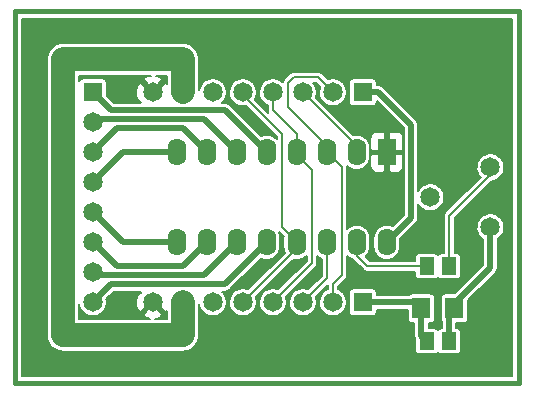
<source format=gtl>
G04 (created by PCBNEW (2013-02-09 BZR 3938)-testing) date Sun 10 Feb 2013 01:21:16 PM CET*
%MOIN*%
G04 Gerber Fmt 3.4, Leading zero omitted, Abs format*
%FSLAX34Y34*%
G01*
G70*
G90*
G04 APERTURE LIST*
%ADD10C,2.3622e-06*%
%ADD11C,0.015*%
%ADD12R,0.0649606X0.0649606*%
%ADD13C,0.0649606*%
%ADD14R,0.0511X0.059*%
%ADD15R,0.0629X0.0708*%
%ADD16R,0.062X0.09*%
%ADD17O,0.062X0.09*%
%ADD18C,0.008*%
%ADD19C,0.02*%
%ADD20C,0.08*%
G04 APERTURE END LIST*
G54D10*
G54D11*
X58500Y-29800D02*
X41700Y-29800D01*
X41700Y-17400D02*
X58500Y-17400D01*
X58500Y-29800D02*
X58500Y-17400D01*
X41700Y-17400D02*
X41700Y-29800D01*
G54D12*
X44300Y-20100D03*
G54D13*
X44300Y-21100D03*
X44300Y-22100D03*
X44300Y-23100D03*
X44300Y-24100D03*
X44300Y-25100D03*
X44300Y-26100D03*
X44300Y-27100D03*
G54D12*
X43300Y-20100D03*
G54D13*
X43300Y-21100D03*
X43300Y-22100D03*
X43300Y-23100D03*
X43300Y-24100D03*
X43300Y-25100D03*
X43300Y-26100D03*
X43300Y-27100D03*
G54D12*
X53300Y-20100D03*
G54D13*
X52300Y-20100D03*
X51300Y-20100D03*
X50300Y-20100D03*
X49300Y-20100D03*
X48300Y-20100D03*
X47300Y-20100D03*
X46300Y-20100D03*
G54D12*
X53300Y-27100D03*
G54D13*
X52300Y-27100D03*
X51300Y-27100D03*
X50300Y-27100D03*
X49300Y-27100D03*
X48300Y-27100D03*
X47300Y-27100D03*
X46300Y-27100D03*
G54D14*
X56174Y-25900D03*
X55426Y-25900D03*
G54D15*
X55249Y-27300D03*
X56351Y-27300D03*
G54D14*
X55426Y-28400D03*
X56174Y-28400D03*
G54D13*
X55550Y-23600D03*
X57550Y-22600D03*
X57550Y-24600D03*
G54D16*
X54100Y-22100D03*
G54D17*
X53100Y-22100D03*
X52100Y-22100D03*
X51100Y-22100D03*
X50100Y-22100D03*
X49100Y-22100D03*
X48100Y-22100D03*
X47100Y-22100D03*
X47100Y-25100D03*
X48100Y-25100D03*
X49100Y-25100D03*
X50100Y-25100D03*
X51100Y-25100D03*
X52100Y-25100D03*
X53100Y-25100D03*
X54100Y-25100D03*
G54D18*
X50300Y-20100D02*
X50300Y-20700D01*
X51100Y-21500D02*
X51100Y-22100D01*
X50300Y-20700D02*
X51100Y-21500D01*
X51100Y-22100D02*
X51100Y-22200D01*
X51600Y-25800D02*
X50300Y-27100D01*
X51600Y-22700D02*
X51600Y-25800D01*
X51100Y-22200D02*
X51600Y-22700D01*
X50600Y-22600D02*
X50600Y-24600D01*
X49300Y-20200D02*
X50600Y-21500D01*
X50600Y-21500D02*
X50600Y-22600D01*
X49300Y-20100D02*
X49300Y-20200D01*
X50600Y-24600D02*
X51100Y-25100D01*
X51100Y-25100D02*
X51100Y-25100D01*
X51100Y-25100D02*
X51100Y-25300D01*
X51100Y-25300D02*
X49300Y-27100D01*
G54D19*
X50100Y-22100D02*
X48700Y-20700D01*
X44900Y-20700D02*
X44300Y-20100D01*
X48700Y-20700D02*
X44900Y-20700D01*
X49100Y-22100D02*
X48000Y-21000D01*
X44200Y-21000D02*
X44300Y-21100D01*
X48000Y-21000D02*
X44200Y-21000D01*
X48100Y-22100D02*
X47300Y-21300D01*
X45100Y-21300D02*
X44300Y-22100D01*
X47300Y-21300D02*
X45100Y-21300D01*
X47100Y-22100D02*
X45300Y-22100D01*
X45300Y-22100D02*
X44300Y-23100D01*
X47100Y-25100D02*
X45300Y-25100D01*
X45300Y-25100D02*
X44300Y-24100D01*
X48100Y-25100D02*
X47300Y-25900D01*
X45100Y-25900D02*
X44300Y-25100D01*
X47300Y-25900D02*
X45100Y-25900D01*
X49100Y-25100D02*
X48000Y-26200D01*
X44200Y-26200D02*
X44300Y-26100D01*
X48000Y-26200D02*
X44200Y-26200D01*
X50100Y-25100D02*
X48700Y-26500D01*
X44900Y-26500D02*
X44300Y-27100D01*
X48700Y-26500D02*
X44900Y-26500D01*
G54D18*
X53100Y-22100D02*
X53100Y-21900D01*
X53100Y-21900D02*
X51300Y-20100D01*
X52100Y-22100D02*
X52100Y-21900D01*
X51800Y-19600D02*
X52300Y-20100D01*
X51000Y-19600D02*
X51800Y-19600D01*
X50800Y-19800D02*
X51000Y-19600D01*
X50800Y-20600D02*
X50800Y-19800D01*
X52100Y-21900D02*
X50800Y-20600D01*
X52600Y-26200D02*
X52600Y-22600D01*
X52300Y-26500D02*
X52600Y-26200D01*
X52300Y-27100D02*
X52300Y-26500D01*
X52600Y-22600D02*
X52100Y-22100D01*
X52100Y-25100D02*
X52100Y-26300D01*
X52100Y-26300D02*
X51300Y-27100D01*
G54D20*
X43300Y-21100D02*
X43300Y-20100D01*
X43300Y-22100D02*
X43300Y-21100D01*
X43300Y-23100D02*
X43300Y-22100D01*
X43300Y-24100D02*
X43300Y-23100D01*
X43300Y-25100D02*
X43300Y-24100D01*
X43300Y-26100D02*
X43300Y-25100D01*
X43300Y-27100D02*
X43300Y-26100D01*
X47300Y-27100D02*
X47300Y-28200D01*
X43300Y-28200D02*
X43300Y-27100D01*
X47300Y-28200D02*
X43300Y-28200D01*
X47300Y-20100D02*
X47300Y-19000D01*
X47300Y-19000D02*
X43300Y-19000D01*
X43300Y-19000D02*
X43300Y-20100D01*
G54D19*
X56351Y-27300D02*
X56351Y-27149D01*
X57550Y-25950D02*
X57550Y-24600D01*
X56351Y-27149D02*
X57550Y-25950D01*
X56174Y-28400D02*
X56174Y-27477D01*
X56174Y-27477D02*
X56351Y-27300D01*
G54D18*
X57550Y-22600D02*
X57550Y-22850D01*
X56174Y-24226D02*
X56174Y-25900D01*
X57550Y-22850D02*
X56174Y-24226D01*
X53100Y-25100D02*
X53100Y-25550D01*
X53450Y-25900D02*
X55426Y-25900D01*
X53100Y-25550D02*
X53450Y-25900D01*
G54D19*
X53300Y-20100D02*
X53800Y-20100D01*
X54900Y-24300D02*
X54100Y-25100D01*
X54900Y-21200D02*
X54900Y-24300D01*
X53800Y-20100D02*
X54900Y-21200D01*
X55249Y-27300D02*
X55249Y-28223D01*
X55249Y-28223D02*
X55426Y-28400D01*
X53300Y-27100D02*
X55049Y-27100D01*
X55049Y-27100D02*
X55249Y-27300D01*
G54D10*
G36*
X46760Y-19806D02*
X46698Y-19786D01*
X46384Y-20100D01*
X46390Y-20105D01*
X46305Y-20190D01*
X46300Y-20184D01*
X46294Y-20190D01*
X46215Y-20111D01*
X46209Y-20105D01*
X46215Y-20100D01*
X45901Y-19786D01*
X45808Y-19816D01*
X45762Y-19917D01*
X45737Y-20025D01*
X45733Y-20136D01*
X45751Y-20245D01*
X45790Y-20349D01*
X45808Y-20383D01*
X45901Y-20413D01*
X45856Y-20458D01*
X45857Y-20460D01*
X44999Y-20460D01*
X44764Y-20225D01*
X44764Y-19761D01*
X44759Y-19734D01*
X44749Y-19709D01*
X44733Y-19686D01*
X44714Y-19666D01*
X44691Y-19651D01*
X44666Y-19640D01*
X44639Y-19635D01*
X44612Y-19635D01*
X43961Y-19635D01*
X43934Y-19640D01*
X43909Y-19650D01*
X43886Y-19666D01*
X43866Y-19685D01*
X43851Y-19708D01*
X43840Y-19733D01*
X43840Y-19737D01*
X43840Y-19540D01*
X46224Y-19540D01*
X46154Y-19551D01*
X46050Y-19590D01*
X46016Y-19608D01*
X45986Y-19701D01*
X46300Y-20015D01*
X46613Y-19701D01*
X46583Y-19608D01*
X46482Y-19562D01*
X46385Y-19540D01*
X46760Y-19540D01*
X46760Y-19806D01*
X46760Y-19806D01*
G37*
G54D18*
X46760Y-19806D02*
X46698Y-19786D01*
X46384Y-20100D01*
X46390Y-20105D01*
X46305Y-20190D01*
X46300Y-20184D01*
X46294Y-20190D01*
X46215Y-20111D01*
X46209Y-20105D01*
X46215Y-20100D01*
X45901Y-19786D01*
X45808Y-19816D01*
X45762Y-19917D01*
X45737Y-20025D01*
X45733Y-20136D01*
X45751Y-20245D01*
X45790Y-20349D01*
X45808Y-20383D01*
X45901Y-20413D01*
X45856Y-20458D01*
X45857Y-20460D01*
X44999Y-20460D01*
X44764Y-20225D01*
X44764Y-19761D01*
X44759Y-19734D01*
X44749Y-19709D01*
X44733Y-19686D01*
X44714Y-19666D01*
X44691Y-19651D01*
X44666Y-19640D01*
X44639Y-19635D01*
X44612Y-19635D01*
X43961Y-19635D01*
X43934Y-19640D01*
X43909Y-19650D01*
X43886Y-19666D01*
X43866Y-19685D01*
X43851Y-19708D01*
X43840Y-19733D01*
X43840Y-19737D01*
X43840Y-19540D01*
X46224Y-19540D01*
X46154Y-19551D01*
X46050Y-19590D01*
X46016Y-19608D01*
X45986Y-19701D01*
X46300Y-20015D01*
X46613Y-19701D01*
X46583Y-19608D01*
X46482Y-19562D01*
X46385Y-19540D01*
X46760Y-19540D01*
X46760Y-19806D01*
G54D10*
G36*
X46760Y-27660D02*
X46375Y-27660D01*
X46445Y-27648D01*
X46549Y-27609D01*
X46583Y-27591D01*
X46613Y-27498D01*
X46300Y-27184D01*
X46215Y-27269D01*
X45986Y-27498D01*
X46016Y-27591D01*
X46117Y-27637D01*
X46214Y-27660D01*
X43840Y-27660D01*
X43840Y-27168D01*
X43851Y-27228D01*
X43884Y-27313D01*
X43933Y-27390D01*
X43997Y-27455D01*
X44072Y-27507D01*
X44155Y-27544D01*
X44244Y-27563D01*
X44335Y-27565D01*
X44425Y-27549D01*
X44510Y-27516D01*
X44587Y-27468D01*
X44653Y-27405D01*
X44706Y-27330D01*
X44743Y-27247D01*
X44763Y-27158D01*
X44764Y-27054D01*
X44751Y-26987D01*
X44999Y-26740D01*
X45857Y-26740D01*
X45856Y-26741D01*
X45901Y-26786D01*
X45808Y-26816D01*
X45762Y-26917D01*
X45737Y-27025D01*
X45733Y-27136D01*
X45751Y-27245D01*
X45790Y-27349D01*
X45808Y-27383D01*
X45901Y-27413D01*
X46215Y-27100D01*
X46209Y-27094D01*
X46294Y-27009D01*
X46300Y-27015D01*
X46305Y-27009D01*
X46390Y-27094D01*
X46384Y-27100D01*
X46698Y-27413D01*
X46760Y-27393D01*
X46760Y-27660D01*
X46760Y-27660D01*
G37*
G54D18*
X46760Y-27660D02*
X46375Y-27660D01*
X46445Y-27648D01*
X46549Y-27609D01*
X46583Y-27591D01*
X46613Y-27498D01*
X46300Y-27184D01*
X46215Y-27269D01*
X45986Y-27498D01*
X46016Y-27591D01*
X46117Y-27637D01*
X46214Y-27660D01*
X43840Y-27660D01*
X43840Y-27168D01*
X43851Y-27228D01*
X43884Y-27313D01*
X43933Y-27390D01*
X43997Y-27455D01*
X44072Y-27507D01*
X44155Y-27544D01*
X44244Y-27563D01*
X44335Y-27565D01*
X44425Y-27549D01*
X44510Y-27516D01*
X44587Y-27468D01*
X44653Y-27405D01*
X44706Y-27330D01*
X44743Y-27247D01*
X44763Y-27158D01*
X44764Y-27054D01*
X44751Y-26987D01*
X44999Y-26740D01*
X45857Y-26740D01*
X45856Y-26741D01*
X45901Y-26786D01*
X45808Y-26816D01*
X45762Y-26917D01*
X45737Y-27025D01*
X45733Y-27136D01*
X45751Y-27245D01*
X45790Y-27349D01*
X45808Y-27383D01*
X45901Y-27413D01*
X46215Y-27100D01*
X46209Y-27094D01*
X46294Y-27009D01*
X46300Y-27015D01*
X46305Y-27009D01*
X46390Y-27094D01*
X46384Y-27100D01*
X46698Y-27413D01*
X46760Y-27393D01*
X46760Y-27660D01*
G54D10*
G36*
X58260Y-29560D02*
X58014Y-29560D01*
X58014Y-24554D01*
X58014Y-22554D01*
X57997Y-22465D01*
X57962Y-22380D01*
X57911Y-22304D01*
X57847Y-22240D01*
X57772Y-22189D01*
X57688Y-22153D01*
X57598Y-22135D01*
X57507Y-22134D01*
X57418Y-22151D01*
X57333Y-22186D01*
X57257Y-22236D01*
X57192Y-22299D01*
X57140Y-22374D01*
X57104Y-22458D01*
X57085Y-22547D01*
X57084Y-22639D01*
X57101Y-22728D01*
X57134Y-22813D01*
X57183Y-22890D01*
X57219Y-22926D01*
X56046Y-24098D01*
X56036Y-24111D01*
X56025Y-24124D01*
X56025Y-24125D01*
X56024Y-24125D01*
X56016Y-24140D01*
X56014Y-24143D01*
X56014Y-23554D01*
X55997Y-23465D01*
X55962Y-23380D01*
X55911Y-23304D01*
X55847Y-23240D01*
X55772Y-23189D01*
X55688Y-23153D01*
X55598Y-23135D01*
X55507Y-23134D01*
X55418Y-23151D01*
X55333Y-23186D01*
X55257Y-23236D01*
X55192Y-23299D01*
X55140Y-23374D01*
X55140Y-23376D01*
X55140Y-21200D01*
X55137Y-21177D01*
X55135Y-21155D01*
X55135Y-21154D01*
X55135Y-21153D01*
X55129Y-21132D01*
X55122Y-21110D01*
X55122Y-21109D01*
X55121Y-21108D01*
X55111Y-21088D01*
X55101Y-21069D01*
X55100Y-21068D01*
X55099Y-21067D01*
X55085Y-21050D01*
X55072Y-21032D01*
X55070Y-21030D01*
X55070Y-21030D01*
X55070Y-21030D01*
X55069Y-21030D01*
X53969Y-19930D01*
X53952Y-19916D01*
X53935Y-19901D01*
X53934Y-19901D01*
X53933Y-19900D01*
X53913Y-19890D01*
X53894Y-19879D01*
X53893Y-19879D01*
X53892Y-19878D01*
X53871Y-19871D01*
X53849Y-19865D01*
X53848Y-19865D01*
X53847Y-19864D01*
X53825Y-19862D01*
X53803Y-19860D01*
X53800Y-19860D01*
X53800Y-19860D01*
X53800Y-19860D01*
X53800Y-19860D01*
X53764Y-19860D01*
X53764Y-19761D01*
X53759Y-19734D01*
X53749Y-19709D01*
X53733Y-19686D01*
X53714Y-19666D01*
X53691Y-19651D01*
X53666Y-19640D01*
X53639Y-19635D01*
X53612Y-19635D01*
X52961Y-19635D01*
X52934Y-19640D01*
X52909Y-19650D01*
X52886Y-19666D01*
X52866Y-19685D01*
X52851Y-19708D01*
X52840Y-19733D01*
X52835Y-19760D01*
X52835Y-19787D01*
X52835Y-20438D01*
X52840Y-20465D01*
X52850Y-20490D01*
X52866Y-20513D01*
X52885Y-20533D01*
X52908Y-20548D01*
X52933Y-20559D01*
X52960Y-20564D01*
X52987Y-20564D01*
X53638Y-20564D01*
X53665Y-20559D01*
X53690Y-20549D01*
X53713Y-20533D01*
X53733Y-20514D01*
X53748Y-20491D01*
X53759Y-20466D01*
X53764Y-20439D01*
X53764Y-20412D01*
X53764Y-20404D01*
X54660Y-21299D01*
X54660Y-24200D01*
X54650Y-24210D01*
X54650Y-22528D01*
X54650Y-21671D01*
X54649Y-21624D01*
X54640Y-21578D01*
X54622Y-21535D01*
X54595Y-21496D01*
X54562Y-21463D01*
X54523Y-21437D01*
X54479Y-21419D01*
X54433Y-21409D01*
X54220Y-21410D01*
X54160Y-21470D01*
X54160Y-22040D01*
X54590Y-22040D01*
X54650Y-21980D01*
X54650Y-21671D01*
X54650Y-22528D01*
X54650Y-22220D01*
X54590Y-22160D01*
X54160Y-22160D01*
X54160Y-22730D01*
X54220Y-22790D01*
X54433Y-22790D01*
X54479Y-22780D01*
X54523Y-22762D01*
X54562Y-22736D01*
X54595Y-22703D01*
X54622Y-22664D01*
X54640Y-22621D01*
X54649Y-22575D01*
X54650Y-22528D01*
X54650Y-24210D01*
X54302Y-24557D01*
X54274Y-24542D01*
X54190Y-24516D01*
X54103Y-24507D01*
X54015Y-24515D01*
X53931Y-24539D01*
X53853Y-24580D01*
X53785Y-24635D01*
X53728Y-24702D01*
X53686Y-24779D01*
X53659Y-24863D01*
X53650Y-24950D01*
X53650Y-24957D01*
X53650Y-25242D01*
X53658Y-25330D01*
X53683Y-25414D01*
X53725Y-25491D01*
X53780Y-25559D01*
X53848Y-25615D01*
X53925Y-25657D01*
X54009Y-25683D01*
X54096Y-25692D01*
X54184Y-25684D01*
X54268Y-25660D01*
X54346Y-25619D01*
X54414Y-25564D01*
X54471Y-25497D01*
X54513Y-25420D01*
X54540Y-25336D01*
X54549Y-25249D01*
X54550Y-25242D01*
X54550Y-24989D01*
X55069Y-24469D01*
X55083Y-24452D01*
X55098Y-24435D01*
X55098Y-24434D01*
X55099Y-24433D01*
X55109Y-24413D01*
X55120Y-24394D01*
X55120Y-24393D01*
X55121Y-24392D01*
X55128Y-24371D01*
X55134Y-24349D01*
X55134Y-24348D01*
X55135Y-24347D01*
X55137Y-24325D01*
X55139Y-24303D01*
X55139Y-24300D01*
X55139Y-24300D01*
X55139Y-24300D01*
X55140Y-24300D01*
X55140Y-23821D01*
X55183Y-23890D01*
X55247Y-23955D01*
X55322Y-24007D01*
X55405Y-24044D01*
X55494Y-24063D01*
X55585Y-24065D01*
X55675Y-24049D01*
X55760Y-24016D01*
X55837Y-23968D01*
X55903Y-23905D01*
X55956Y-23830D01*
X55993Y-23747D01*
X56013Y-23658D01*
X56014Y-23554D01*
X56014Y-24143D01*
X56008Y-24155D01*
X56008Y-24155D01*
X56007Y-24156D01*
X56002Y-24172D01*
X55997Y-24188D01*
X55997Y-24189D01*
X55997Y-24190D01*
X55995Y-24207D01*
X55994Y-24223D01*
X55994Y-24225D01*
X55994Y-24225D01*
X55994Y-24225D01*
X55994Y-24226D01*
X55994Y-25464D01*
X55904Y-25464D01*
X55877Y-25470D01*
X55852Y-25480D01*
X55829Y-25495D01*
X55810Y-25515D01*
X55799Y-25530D01*
X55790Y-25516D01*
X55771Y-25496D01*
X55748Y-25481D01*
X55723Y-25470D01*
X55696Y-25465D01*
X55668Y-25464D01*
X55156Y-25464D01*
X55129Y-25470D01*
X55104Y-25480D01*
X55081Y-25495D01*
X55062Y-25515D01*
X55046Y-25538D01*
X55036Y-25563D01*
X55030Y-25590D01*
X55030Y-25617D01*
X55030Y-25720D01*
X53524Y-25720D01*
X53389Y-25584D01*
X53414Y-25564D01*
X53471Y-25497D01*
X53513Y-25420D01*
X53540Y-25336D01*
X53549Y-25249D01*
X53550Y-25242D01*
X53550Y-24957D01*
X53541Y-24869D01*
X53516Y-24785D01*
X53474Y-24708D01*
X53419Y-24640D01*
X53351Y-24584D01*
X53274Y-24542D01*
X53190Y-24516D01*
X53103Y-24507D01*
X53015Y-24515D01*
X52931Y-24539D01*
X52853Y-24580D01*
X52785Y-24635D01*
X52780Y-24641D01*
X52780Y-22600D01*
X52778Y-22583D01*
X52776Y-22566D01*
X52776Y-22565D01*
X52776Y-22565D01*
X52771Y-22549D01*
X52771Y-22548D01*
X52780Y-22559D01*
X52848Y-22615D01*
X52925Y-22657D01*
X53009Y-22683D01*
X53096Y-22692D01*
X53184Y-22684D01*
X53268Y-22660D01*
X53346Y-22619D01*
X53414Y-22564D01*
X53471Y-22497D01*
X53513Y-22420D01*
X53540Y-22336D01*
X53549Y-22249D01*
X53549Y-22244D01*
X53549Y-22528D01*
X53550Y-22575D01*
X53559Y-22621D01*
X53577Y-22664D01*
X53604Y-22703D01*
X53637Y-22736D01*
X53676Y-22762D01*
X53720Y-22780D01*
X53766Y-22790D01*
X53980Y-22790D01*
X54040Y-22730D01*
X54040Y-22160D01*
X53610Y-22160D01*
X53550Y-22220D01*
X53550Y-21980D01*
X53610Y-22040D01*
X54040Y-22040D01*
X54040Y-21470D01*
X53980Y-21410D01*
X53766Y-21409D01*
X53720Y-21419D01*
X53676Y-21437D01*
X53637Y-21463D01*
X53604Y-21496D01*
X53577Y-21535D01*
X53559Y-21578D01*
X53550Y-21624D01*
X53549Y-21671D01*
X53549Y-21957D01*
X53541Y-21869D01*
X53516Y-21785D01*
X53474Y-21708D01*
X53419Y-21640D01*
X53351Y-21584D01*
X53274Y-21542D01*
X53190Y-21516D01*
X53103Y-21507D01*
X53015Y-21515D01*
X52980Y-21525D01*
X51730Y-20275D01*
X51743Y-20247D01*
X51763Y-20158D01*
X51764Y-20054D01*
X51747Y-19965D01*
X51712Y-19880D01*
X51661Y-19804D01*
X51637Y-19780D01*
X51725Y-19780D01*
X51869Y-19924D01*
X51854Y-19958D01*
X51835Y-20047D01*
X51834Y-20139D01*
X51851Y-20228D01*
X51884Y-20313D01*
X51933Y-20390D01*
X51997Y-20455D01*
X52072Y-20507D01*
X52155Y-20544D01*
X52244Y-20563D01*
X52335Y-20565D01*
X52425Y-20549D01*
X52510Y-20516D01*
X52587Y-20468D01*
X52653Y-20405D01*
X52706Y-20330D01*
X52743Y-20247D01*
X52763Y-20158D01*
X52764Y-20054D01*
X52747Y-19965D01*
X52712Y-19880D01*
X52661Y-19804D01*
X52597Y-19740D01*
X52522Y-19689D01*
X52438Y-19653D01*
X52348Y-19635D01*
X52257Y-19634D01*
X52168Y-19651D01*
X52124Y-19669D01*
X51927Y-19472D01*
X51914Y-19462D01*
X51901Y-19451D01*
X51900Y-19451D01*
X51900Y-19450D01*
X51885Y-19442D01*
X51870Y-19434D01*
X51870Y-19434D01*
X51869Y-19433D01*
X51853Y-19428D01*
X51837Y-19423D01*
X51836Y-19423D01*
X51835Y-19423D01*
X51818Y-19421D01*
X51802Y-19420D01*
X51800Y-19420D01*
X51800Y-19420D01*
X51800Y-19420D01*
X51800Y-19420D01*
X51000Y-19420D01*
X50983Y-19421D01*
X50966Y-19423D01*
X50965Y-19423D01*
X50965Y-19423D01*
X50949Y-19428D01*
X50933Y-19432D01*
X50932Y-19433D01*
X50931Y-19433D01*
X50916Y-19441D01*
X50901Y-19449D01*
X50901Y-19449D01*
X50900Y-19450D01*
X50887Y-19460D01*
X50874Y-19470D01*
X50873Y-19472D01*
X50873Y-19472D01*
X50873Y-19472D01*
X50872Y-19472D01*
X50672Y-19672D01*
X50662Y-19685D01*
X50651Y-19698D01*
X50651Y-19699D01*
X50650Y-19699D01*
X50642Y-19714D01*
X50634Y-19729D01*
X50634Y-19729D01*
X50633Y-19730D01*
X50628Y-19746D01*
X50623Y-19762D01*
X50623Y-19763D01*
X50623Y-19764D01*
X50623Y-19765D01*
X50597Y-19740D01*
X50522Y-19689D01*
X50438Y-19653D01*
X50348Y-19635D01*
X50257Y-19634D01*
X50168Y-19651D01*
X50083Y-19686D01*
X50007Y-19736D01*
X49942Y-19799D01*
X49890Y-19874D01*
X49854Y-19958D01*
X49835Y-20047D01*
X49834Y-20139D01*
X49851Y-20228D01*
X49884Y-20313D01*
X49933Y-20390D01*
X49997Y-20455D01*
X50072Y-20507D01*
X50120Y-20528D01*
X50120Y-20700D01*
X50121Y-20716D01*
X50123Y-20733D01*
X50123Y-20734D01*
X50123Y-20734D01*
X50128Y-20750D01*
X50132Y-20766D01*
X50133Y-20767D01*
X50133Y-20768D01*
X50141Y-20783D01*
X50145Y-20790D01*
X49697Y-20342D01*
X49706Y-20330D01*
X49743Y-20247D01*
X49763Y-20158D01*
X49764Y-20054D01*
X49747Y-19965D01*
X49712Y-19880D01*
X49661Y-19804D01*
X49597Y-19740D01*
X49522Y-19689D01*
X49438Y-19653D01*
X49348Y-19635D01*
X49257Y-19634D01*
X49168Y-19651D01*
X49083Y-19686D01*
X49007Y-19736D01*
X48942Y-19799D01*
X48890Y-19874D01*
X48854Y-19958D01*
X48835Y-20047D01*
X48834Y-20139D01*
X48851Y-20228D01*
X48884Y-20313D01*
X48933Y-20390D01*
X48997Y-20455D01*
X49072Y-20507D01*
X49155Y-20544D01*
X49244Y-20563D01*
X49335Y-20565D01*
X49399Y-20554D01*
X50420Y-21574D01*
X50420Y-21640D01*
X50419Y-21640D01*
X50351Y-21584D01*
X50274Y-21542D01*
X50190Y-21516D01*
X50103Y-21507D01*
X50015Y-21515D01*
X49931Y-21539D01*
X49897Y-21557D01*
X48869Y-20530D01*
X48852Y-20516D01*
X48835Y-20501D01*
X48834Y-20501D01*
X48833Y-20500D01*
X48813Y-20490D01*
X48794Y-20479D01*
X48793Y-20479D01*
X48792Y-20478D01*
X48771Y-20471D01*
X48749Y-20465D01*
X48748Y-20465D01*
X48747Y-20464D01*
X48725Y-20462D01*
X48703Y-20460D01*
X48700Y-20460D01*
X48700Y-20460D01*
X48700Y-20460D01*
X48700Y-20460D01*
X48595Y-20460D01*
X48653Y-20405D01*
X48706Y-20330D01*
X48743Y-20247D01*
X48763Y-20158D01*
X48764Y-20054D01*
X48747Y-19965D01*
X48712Y-19880D01*
X48661Y-19804D01*
X48597Y-19740D01*
X48522Y-19689D01*
X48438Y-19653D01*
X48348Y-19635D01*
X48257Y-19634D01*
X48168Y-19651D01*
X48083Y-19686D01*
X48007Y-19736D01*
X47942Y-19799D01*
X47890Y-19874D01*
X47854Y-19958D01*
X47840Y-20028D01*
X47840Y-19000D01*
X47835Y-18949D01*
X47830Y-18898D01*
X47829Y-18896D01*
X47829Y-18895D01*
X47815Y-18846D01*
X47800Y-18797D01*
X47799Y-18796D01*
X47799Y-18794D01*
X47775Y-18749D01*
X47751Y-18704D01*
X47750Y-18702D01*
X47749Y-18701D01*
X47717Y-18661D01*
X47685Y-18622D01*
X47684Y-18620D01*
X47683Y-18619D01*
X47644Y-18587D01*
X47605Y-18554D01*
X47603Y-18553D01*
X47601Y-18552D01*
X47557Y-18528D01*
X47512Y-18503D01*
X47510Y-18503D01*
X47509Y-18502D01*
X47460Y-18487D01*
X47412Y-18471D01*
X47410Y-18471D01*
X47408Y-18471D01*
X47358Y-18465D01*
X47307Y-18460D01*
X47303Y-18460D01*
X47303Y-18460D01*
X47303Y-18460D01*
X47300Y-18460D01*
X43300Y-18460D01*
X43249Y-18464D01*
X43198Y-18469D01*
X43196Y-18470D01*
X43195Y-18470D01*
X43146Y-18484D01*
X43097Y-18499D01*
X43096Y-18500D01*
X43094Y-18500D01*
X43049Y-18524D01*
X43004Y-18548D01*
X43002Y-18549D01*
X43001Y-18550D01*
X42961Y-18582D01*
X42922Y-18614D01*
X42920Y-18615D01*
X42919Y-18616D01*
X42887Y-18655D01*
X42854Y-18694D01*
X42853Y-18696D01*
X42852Y-18698D01*
X42828Y-18742D01*
X42803Y-18787D01*
X42803Y-18789D01*
X42802Y-18790D01*
X42787Y-18839D01*
X42771Y-18887D01*
X42771Y-18889D01*
X42771Y-18891D01*
X42765Y-18941D01*
X42760Y-18992D01*
X42760Y-18996D01*
X42760Y-18996D01*
X42760Y-18996D01*
X42760Y-19000D01*
X42760Y-20100D01*
X42760Y-21100D01*
X42760Y-22100D01*
X42760Y-23100D01*
X42760Y-24100D01*
X42760Y-25100D01*
X42760Y-26100D01*
X42760Y-27100D01*
X42760Y-28200D01*
X42764Y-28250D01*
X42769Y-28301D01*
X42770Y-28303D01*
X42770Y-28304D01*
X42784Y-28353D01*
X42799Y-28402D01*
X42800Y-28403D01*
X42800Y-28405D01*
X42824Y-28450D01*
X42848Y-28495D01*
X42849Y-28497D01*
X42850Y-28498D01*
X42882Y-28538D01*
X42914Y-28577D01*
X42915Y-28579D01*
X42916Y-28580D01*
X42955Y-28612D01*
X42994Y-28645D01*
X42996Y-28646D01*
X42998Y-28647D01*
X43042Y-28671D01*
X43087Y-28696D01*
X43089Y-28696D01*
X43090Y-28697D01*
X43139Y-28712D01*
X43187Y-28728D01*
X43189Y-28728D01*
X43191Y-28728D01*
X43241Y-28734D01*
X43292Y-28739D01*
X43296Y-28739D01*
X43296Y-28739D01*
X43296Y-28739D01*
X43300Y-28740D01*
X47300Y-28740D01*
X47350Y-28735D01*
X47401Y-28730D01*
X47403Y-28729D01*
X47404Y-28729D01*
X47453Y-28715D01*
X47502Y-28700D01*
X47503Y-28699D01*
X47505Y-28699D01*
X47550Y-28675D01*
X47595Y-28651D01*
X47597Y-28650D01*
X47598Y-28649D01*
X47638Y-28617D01*
X47677Y-28585D01*
X47679Y-28584D01*
X47680Y-28583D01*
X47712Y-28544D01*
X47745Y-28505D01*
X47746Y-28503D01*
X47747Y-28501D01*
X47771Y-28457D01*
X47796Y-28412D01*
X47796Y-28410D01*
X47797Y-28409D01*
X47812Y-28360D01*
X47828Y-28312D01*
X47828Y-28310D01*
X47828Y-28308D01*
X47834Y-28258D01*
X47839Y-28207D01*
X47839Y-28203D01*
X47839Y-28203D01*
X47839Y-28203D01*
X47840Y-28200D01*
X47840Y-27168D01*
X47851Y-27228D01*
X47884Y-27313D01*
X47933Y-27390D01*
X47997Y-27455D01*
X48072Y-27507D01*
X48155Y-27544D01*
X48244Y-27563D01*
X48335Y-27565D01*
X48425Y-27549D01*
X48510Y-27516D01*
X48587Y-27468D01*
X48653Y-27405D01*
X48706Y-27330D01*
X48743Y-27247D01*
X48763Y-27158D01*
X48764Y-27054D01*
X48747Y-26965D01*
X48712Y-26880D01*
X48661Y-26804D01*
X48597Y-26740D01*
X48597Y-26740D01*
X48700Y-26740D01*
X48722Y-26737D01*
X48744Y-26735D01*
X48745Y-26735D01*
X48746Y-26735D01*
X48767Y-26729D01*
X48789Y-26722D01*
X48790Y-26722D01*
X48791Y-26721D01*
X48811Y-26711D01*
X48830Y-26701D01*
X48831Y-26700D01*
X48832Y-26699D01*
X48849Y-26685D01*
X48867Y-26672D01*
X48869Y-26670D01*
X48869Y-26670D01*
X48869Y-26670D01*
X48869Y-26669D01*
X49897Y-25642D01*
X49925Y-25657D01*
X50009Y-25683D01*
X50096Y-25692D01*
X50184Y-25684D01*
X50268Y-25660D01*
X50346Y-25619D01*
X50414Y-25564D01*
X50471Y-25497D01*
X50513Y-25420D01*
X50540Y-25336D01*
X50549Y-25249D01*
X50550Y-25242D01*
X50550Y-24957D01*
X50541Y-24869D01*
X50516Y-24785D01*
X50498Y-24753D01*
X50654Y-24909D01*
X50650Y-24950D01*
X50650Y-24957D01*
X50650Y-25242D01*
X50658Y-25330D01*
X50683Y-25414D01*
X50700Y-25445D01*
X49475Y-26669D01*
X49438Y-26653D01*
X49348Y-26635D01*
X49257Y-26634D01*
X49168Y-26651D01*
X49083Y-26686D01*
X49007Y-26736D01*
X48942Y-26799D01*
X48890Y-26874D01*
X48854Y-26958D01*
X48835Y-27047D01*
X48834Y-27139D01*
X48851Y-27228D01*
X48884Y-27313D01*
X48933Y-27390D01*
X48997Y-27455D01*
X49072Y-27507D01*
X49155Y-27544D01*
X49244Y-27563D01*
X49335Y-27565D01*
X49425Y-27549D01*
X49510Y-27516D01*
X49587Y-27468D01*
X49653Y-27405D01*
X49706Y-27330D01*
X49743Y-27247D01*
X49763Y-27158D01*
X49764Y-27054D01*
X49747Y-26965D01*
X49730Y-26924D01*
X50980Y-25674D01*
X51009Y-25683D01*
X51096Y-25692D01*
X51184Y-25684D01*
X51268Y-25660D01*
X51346Y-25619D01*
X51414Y-25564D01*
X51420Y-25558D01*
X51420Y-25725D01*
X50475Y-26669D01*
X50438Y-26653D01*
X50348Y-26635D01*
X50257Y-26634D01*
X50168Y-26651D01*
X50083Y-26686D01*
X50007Y-26736D01*
X49942Y-26799D01*
X49890Y-26874D01*
X49854Y-26958D01*
X49835Y-27047D01*
X49834Y-27139D01*
X49851Y-27228D01*
X49884Y-27313D01*
X49933Y-27390D01*
X49997Y-27455D01*
X50072Y-27507D01*
X50155Y-27544D01*
X50244Y-27563D01*
X50335Y-27565D01*
X50425Y-27549D01*
X50510Y-27516D01*
X50587Y-27468D01*
X50653Y-27405D01*
X50706Y-27330D01*
X50743Y-27247D01*
X50763Y-27158D01*
X50764Y-27054D01*
X50747Y-26965D01*
X50730Y-26924D01*
X51727Y-25927D01*
X51737Y-25914D01*
X51748Y-25901D01*
X51748Y-25900D01*
X51749Y-25900D01*
X51757Y-25885D01*
X51765Y-25870D01*
X51765Y-25870D01*
X51766Y-25869D01*
X51771Y-25853D01*
X51776Y-25837D01*
X51776Y-25836D01*
X51776Y-25835D01*
X51778Y-25819D01*
X51779Y-25802D01*
X51779Y-25800D01*
X51779Y-25800D01*
X51779Y-25800D01*
X51780Y-25800D01*
X51780Y-25559D01*
X51780Y-25559D01*
X51848Y-25615D01*
X51920Y-25654D01*
X51920Y-26225D01*
X51475Y-26669D01*
X51438Y-26653D01*
X51348Y-26635D01*
X51257Y-26634D01*
X51168Y-26651D01*
X51083Y-26686D01*
X51007Y-26736D01*
X50942Y-26799D01*
X50890Y-26874D01*
X50854Y-26958D01*
X50835Y-27047D01*
X50834Y-27139D01*
X50851Y-27228D01*
X50884Y-27313D01*
X50933Y-27390D01*
X50997Y-27455D01*
X51072Y-27507D01*
X51155Y-27544D01*
X51244Y-27563D01*
X51335Y-27565D01*
X51425Y-27549D01*
X51510Y-27516D01*
X51587Y-27468D01*
X51653Y-27405D01*
X51706Y-27330D01*
X51743Y-27247D01*
X51763Y-27158D01*
X51764Y-27054D01*
X51747Y-26965D01*
X51730Y-26924D01*
X52120Y-26534D01*
X52120Y-26671D01*
X52083Y-26686D01*
X52007Y-26736D01*
X51942Y-26799D01*
X51890Y-26874D01*
X51854Y-26958D01*
X51835Y-27047D01*
X51834Y-27139D01*
X51851Y-27228D01*
X51884Y-27313D01*
X51933Y-27390D01*
X51997Y-27455D01*
X52072Y-27507D01*
X52155Y-27544D01*
X52244Y-27563D01*
X52335Y-27565D01*
X52425Y-27549D01*
X52510Y-27516D01*
X52587Y-27468D01*
X52653Y-27405D01*
X52706Y-27330D01*
X52743Y-27247D01*
X52763Y-27158D01*
X52764Y-27054D01*
X52747Y-26965D01*
X52712Y-26880D01*
X52661Y-26804D01*
X52597Y-26740D01*
X52522Y-26689D01*
X52480Y-26671D01*
X52480Y-26574D01*
X52727Y-26327D01*
X52737Y-26314D01*
X52748Y-26301D01*
X52748Y-26300D01*
X52749Y-26300D01*
X52757Y-26285D01*
X52765Y-26270D01*
X52765Y-26270D01*
X52766Y-26269D01*
X52771Y-26253D01*
X52776Y-26237D01*
X52776Y-26236D01*
X52776Y-26235D01*
X52778Y-26219D01*
X52779Y-26202D01*
X52779Y-26200D01*
X52779Y-26200D01*
X52779Y-26200D01*
X52780Y-26200D01*
X52780Y-25559D01*
X52780Y-25559D01*
X52848Y-25615D01*
X52925Y-25657D01*
X52966Y-25670D01*
X52970Y-25675D01*
X52972Y-25676D01*
X52972Y-25676D01*
X52972Y-25676D01*
X52972Y-25677D01*
X53322Y-26027D01*
X53335Y-26037D01*
X53348Y-26048D01*
X53349Y-26048D01*
X53349Y-26049D01*
X53364Y-26057D01*
X53379Y-26065D01*
X53379Y-26065D01*
X53380Y-26066D01*
X53396Y-26071D01*
X53412Y-26076D01*
X53413Y-26076D01*
X53414Y-26076D01*
X53430Y-26078D01*
X53447Y-26079D01*
X53449Y-26079D01*
X53449Y-26079D01*
X53449Y-26079D01*
X53450Y-26080D01*
X55030Y-26080D01*
X55030Y-26208D01*
X55035Y-26235D01*
X55046Y-26261D01*
X55061Y-26283D01*
X55080Y-26303D01*
X55103Y-26318D01*
X55128Y-26329D01*
X55155Y-26334D01*
X55183Y-26335D01*
X55695Y-26335D01*
X55722Y-26329D01*
X55747Y-26319D01*
X55770Y-26304D01*
X55789Y-26284D01*
X55800Y-26269D01*
X55809Y-26283D01*
X55828Y-26303D01*
X55851Y-26318D01*
X55876Y-26329D01*
X55903Y-26334D01*
X55931Y-26335D01*
X56443Y-26335D01*
X56470Y-26329D01*
X56495Y-26319D01*
X56518Y-26304D01*
X56537Y-26284D01*
X56553Y-26261D01*
X56563Y-26236D01*
X56569Y-26209D01*
X56569Y-26182D01*
X56569Y-25591D01*
X56564Y-25564D01*
X56553Y-25538D01*
X56538Y-25516D01*
X56519Y-25496D01*
X56496Y-25481D01*
X56471Y-25470D01*
X56444Y-25465D01*
X56416Y-25464D01*
X56354Y-25464D01*
X56354Y-24300D01*
X57589Y-23065D01*
X57675Y-23049D01*
X57760Y-23016D01*
X57837Y-22968D01*
X57903Y-22905D01*
X57956Y-22830D01*
X57993Y-22747D01*
X58013Y-22658D01*
X58014Y-22554D01*
X58014Y-24554D01*
X57997Y-24465D01*
X57962Y-24380D01*
X57911Y-24304D01*
X57847Y-24240D01*
X57772Y-24189D01*
X57688Y-24153D01*
X57598Y-24135D01*
X57507Y-24134D01*
X57418Y-24151D01*
X57333Y-24186D01*
X57257Y-24236D01*
X57192Y-24299D01*
X57140Y-24374D01*
X57104Y-24458D01*
X57085Y-24547D01*
X57084Y-24639D01*
X57101Y-24728D01*
X57134Y-24813D01*
X57183Y-24890D01*
X57247Y-24955D01*
X57310Y-24999D01*
X57310Y-25850D01*
X56354Y-26805D01*
X56022Y-26805D01*
X55995Y-26811D01*
X55970Y-26821D01*
X55947Y-26836D01*
X55928Y-26856D01*
X55912Y-26879D01*
X55902Y-26904D01*
X55896Y-26931D01*
X55896Y-26958D01*
X55896Y-27667D01*
X55901Y-27694D01*
X55912Y-27720D01*
X55927Y-27742D01*
X55934Y-27749D01*
X55934Y-27964D01*
X55904Y-27964D01*
X55877Y-27970D01*
X55852Y-27980D01*
X55829Y-27995D01*
X55810Y-28015D01*
X55799Y-28030D01*
X55790Y-28016D01*
X55771Y-27996D01*
X55748Y-27981D01*
X55723Y-27970D01*
X55696Y-27965D01*
X55668Y-27964D01*
X55489Y-27964D01*
X55489Y-27794D01*
X55577Y-27794D01*
X55604Y-27788D01*
X55629Y-27778D01*
X55652Y-27763D01*
X55671Y-27743D01*
X55687Y-27720D01*
X55697Y-27695D01*
X55703Y-27668D01*
X55703Y-27641D01*
X55703Y-26932D01*
X55698Y-26905D01*
X55687Y-26879D01*
X55672Y-26857D01*
X55653Y-26837D01*
X55630Y-26822D01*
X55605Y-26811D01*
X55578Y-26806D01*
X55550Y-26805D01*
X54920Y-26805D01*
X54893Y-26811D01*
X54868Y-26821D01*
X54845Y-26836D01*
X54826Y-26856D01*
X54823Y-26860D01*
X53764Y-26860D01*
X53764Y-26761D01*
X53759Y-26734D01*
X53749Y-26709D01*
X53733Y-26686D01*
X53714Y-26666D01*
X53691Y-26651D01*
X53666Y-26640D01*
X53639Y-26635D01*
X53612Y-26635D01*
X52961Y-26635D01*
X52934Y-26640D01*
X52909Y-26650D01*
X52886Y-26666D01*
X52866Y-26685D01*
X52851Y-26708D01*
X52840Y-26733D01*
X52835Y-26760D01*
X52835Y-26787D01*
X52835Y-27438D01*
X52840Y-27465D01*
X52850Y-27490D01*
X52866Y-27513D01*
X52885Y-27533D01*
X52908Y-27548D01*
X52933Y-27559D01*
X52960Y-27564D01*
X52987Y-27564D01*
X53638Y-27564D01*
X53665Y-27559D01*
X53690Y-27549D01*
X53713Y-27533D01*
X53733Y-27514D01*
X53748Y-27491D01*
X53759Y-27466D01*
X53764Y-27439D01*
X53764Y-27412D01*
X53764Y-27340D01*
X54794Y-27340D01*
X54794Y-27667D01*
X54799Y-27694D01*
X54810Y-27720D01*
X54825Y-27742D01*
X54844Y-27762D01*
X54867Y-27777D01*
X54892Y-27788D01*
X54919Y-27793D01*
X54947Y-27794D01*
X55009Y-27794D01*
X55009Y-28223D01*
X55011Y-28245D01*
X55013Y-28267D01*
X55013Y-28268D01*
X55013Y-28269D01*
X55019Y-28290D01*
X55026Y-28312D01*
X55026Y-28313D01*
X55027Y-28314D01*
X55030Y-28320D01*
X55030Y-28708D01*
X55035Y-28735D01*
X55046Y-28761D01*
X55061Y-28783D01*
X55080Y-28803D01*
X55103Y-28818D01*
X55128Y-28829D01*
X55155Y-28834D01*
X55183Y-28835D01*
X55695Y-28835D01*
X55722Y-28829D01*
X55747Y-28819D01*
X55770Y-28804D01*
X55789Y-28784D01*
X55800Y-28769D01*
X55809Y-28783D01*
X55828Y-28803D01*
X55851Y-28818D01*
X55876Y-28829D01*
X55903Y-28834D01*
X55931Y-28835D01*
X56443Y-28835D01*
X56470Y-28829D01*
X56495Y-28819D01*
X56518Y-28804D01*
X56537Y-28784D01*
X56553Y-28761D01*
X56563Y-28736D01*
X56569Y-28709D01*
X56569Y-28682D01*
X56569Y-28091D01*
X56564Y-28064D01*
X56553Y-28038D01*
X56538Y-28016D01*
X56519Y-27996D01*
X56496Y-27981D01*
X56471Y-27970D01*
X56444Y-27965D01*
X56416Y-27964D01*
X56414Y-27964D01*
X56414Y-27794D01*
X56679Y-27794D01*
X56706Y-27788D01*
X56731Y-27778D01*
X56754Y-27763D01*
X56773Y-27743D01*
X56789Y-27720D01*
X56799Y-27695D01*
X56805Y-27668D01*
X56805Y-27641D01*
X56805Y-27033D01*
X57719Y-26119D01*
X57733Y-26102D01*
X57748Y-26085D01*
X57748Y-26084D01*
X57749Y-26083D01*
X57759Y-26063D01*
X57770Y-26044D01*
X57770Y-26043D01*
X57771Y-26042D01*
X57778Y-26021D01*
X57784Y-25999D01*
X57784Y-25998D01*
X57785Y-25997D01*
X57787Y-25975D01*
X57789Y-25953D01*
X57789Y-25950D01*
X57789Y-25950D01*
X57789Y-25950D01*
X57790Y-25950D01*
X57790Y-24998D01*
X57837Y-24968D01*
X57903Y-24905D01*
X57956Y-24830D01*
X57993Y-24747D01*
X58013Y-24658D01*
X58014Y-24554D01*
X58014Y-29560D01*
X41940Y-29560D01*
X41940Y-17640D01*
X58260Y-17640D01*
X58260Y-29560D01*
X58260Y-29560D01*
G37*
G54D18*
X58260Y-29560D02*
X58014Y-29560D01*
X58014Y-24554D01*
X58014Y-22554D01*
X57997Y-22465D01*
X57962Y-22380D01*
X57911Y-22304D01*
X57847Y-22240D01*
X57772Y-22189D01*
X57688Y-22153D01*
X57598Y-22135D01*
X57507Y-22134D01*
X57418Y-22151D01*
X57333Y-22186D01*
X57257Y-22236D01*
X57192Y-22299D01*
X57140Y-22374D01*
X57104Y-22458D01*
X57085Y-22547D01*
X57084Y-22639D01*
X57101Y-22728D01*
X57134Y-22813D01*
X57183Y-22890D01*
X57219Y-22926D01*
X56046Y-24098D01*
X56036Y-24111D01*
X56025Y-24124D01*
X56025Y-24125D01*
X56024Y-24125D01*
X56016Y-24140D01*
X56014Y-24143D01*
X56014Y-23554D01*
X55997Y-23465D01*
X55962Y-23380D01*
X55911Y-23304D01*
X55847Y-23240D01*
X55772Y-23189D01*
X55688Y-23153D01*
X55598Y-23135D01*
X55507Y-23134D01*
X55418Y-23151D01*
X55333Y-23186D01*
X55257Y-23236D01*
X55192Y-23299D01*
X55140Y-23374D01*
X55140Y-23376D01*
X55140Y-21200D01*
X55137Y-21177D01*
X55135Y-21155D01*
X55135Y-21154D01*
X55135Y-21153D01*
X55129Y-21132D01*
X55122Y-21110D01*
X55122Y-21109D01*
X55121Y-21108D01*
X55111Y-21088D01*
X55101Y-21069D01*
X55100Y-21068D01*
X55099Y-21067D01*
X55085Y-21050D01*
X55072Y-21032D01*
X55070Y-21030D01*
X55070Y-21030D01*
X55070Y-21030D01*
X55069Y-21030D01*
X53969Y-19930D01*
X53952Y-19916D01*
X53935Y-19901D01*
X53934Y-19901D01*
X53933Y-19900D01*
X53913Y-19890D01*
X53894Y-19879D01*
X53893Y-19879D01*
X53892Y-19878D01*
X53871Y-19871D01*
X53849Y-19865D01*
X53848Y-19865D01*
X53847Y-19864D01*
X53825Y-19862D01*
X53803Y-19860D01*
X53800Y-19860D01*
X53800Y-19860D01*
X53800Y-19860D01*
X53800Y-19860D01*
X53764Y-19860D01*
X53764Y-19761D01*
X53759Y-19734D01*
X53749Y-19709D01*
X53733Y-19686D01*
X53714Y-19666D01*
X53691Y-19651D01*
X53666Y-19640D01*
X53639Y-19635D01*
X53612Y-19635D01*
X52961Y-19635D01*
X52934Y-19640D01*
X52909Y-19650D01*
X52886Y-19666D01*
X52866Y-19685D01*
X52851Y-19708D01*
X52840Y-19733D01*
X52835Y-19760D01*
X52835Y-19787D01*
X52835Y-20438D01*
X52840Y-20465D01*
X52850Y-20490D01*
X52866Y-20513D01*
X52885Y-20533D01*
X52908Y-20548D01*
X52933Y-20559D01*
X52960Y-20564D01*
X52987Y-20564D01*
X53638Y-20564D01*
X53665Y-20559D01*
X53690Y-20549D01*
X53713Y-20533D01*
X53733Y-20514D01*
X53748Y-20491D01*
X53759Y-20466D01*
X53764Y-20439D01*
X53764Y-20412D01*
X53764Y-20404D01*
X54660Y-21299D01*
X54660Y-24200D01*
X54650Y-24210D01*
X54650Y-22528D01*
X54650Y-21671D01*
X54649Y-21624D01*
X54640Y-21578D01*
X54622Y-21535D01*
X54595Y-21496D01*
X54562Y-21463D01*
X54523Y-21437D01*
X54479Y-21419D01*
X54433Y-21409D01*
X54220Y-21410D01*
X54160Y-21470D01*
X54160Y-22040D01*
X54590Y-22040D01*
X54650Y-21980D01*
X54650Y-21671D01*
X54650Y-22528D01*
X54650Y-22220D01*
X54590Y-22160D01*
X54160Y-22160D01*
X54160Y-22730D01*
X54220Y-22790D01*
X54433Y-22790D01*
X54479Y-22780D01*
X54523Y-22762D01*
X54562Y-22736D01*
X54595Y-22703D01*
X54622Y-22664D01*
X54640Y-22621D01*
X54649Y-22575D01*
X54650Y-22528D01*
X54650Y-24210D01*
X54302Y-24557D01*
X54274Y-24542D01*
X54190Y-24516D01*
X54103Y-24507D01*
X54015Y-24515D01*
X53931Y-24539D01*
X53853Y-24580D01*
X53785Y-24635D01*
X53728Y-24702D01*
X53686Y-24779D01*
X53659Y-24863D01*
X53650Y-24950D01*
X53650Y-24957D01*
X53650Y-25242D01*
X53658Y-25330D01*
X53683Y-25414D01*
X53725Y-25491D01*
X53780Y-25559D01*
X53848Y-25615D01*
X53925Y-25657D01*
X54009Y-25683D01*
X54096Y-25692D01*
X54184Y-25684D01*
X54268Y-25660D01*
X54346Y-25619D01*
X54414Y-25564D01*
X54471Y-25497D01*
X54513Y-25420D01*
X54540Y-25336D01*
X54549Y-25249D01*
X54550Y-25242D01*
X54550Y-24989D01*
X55069Y-24469D01*
X55083Y-24452D01*
X55098Y-24435D01*
X55098Y-24434D01*
X55099Y-24433D01*
X55109Y-24413D01*
X55120Y-24394D01*
X55120Y-24393D01*
X55121Y-24392D01*
X55128Y-24371D01*
X55134Y-24349D01*
X55134Y-24348D01*
X55135Y-24347D01*
X55137Y-24325D01*
X55139Y-24303D01*
X55139Y-24300D01*
X55139Y-24300D01*
X55139Y-24300D01*
X55140Y-24300D01*
X55140Y-23821D01*
X55183Y-23890D01*
X55247Y-23955D01*
X55322Y-24007D01*
X55405Y-24044D01*
X55494Y-24063D01*
X55585Y-24065D01*
X55675Y-24049D01*
X55760Y-24016D01*
X55837Y-23968D01*
X55903Y-23905D01*
X55956Y-23830D01*
X55993Y-23747D01*
X56013Y-23658D01*
X56014Y-23554D01*
X56014Y-24143D01*
X56008Y-24155D01*
X56008Y-24155D01*
X56007Y-24156D01*
X56002Y-24172D01*
X55997Y-24188D01*
X55997Y-24189D01*
X55997Y-24190D01*
X55995Y-24207D01*
X55994Y-24223D01*
X55994Y-24225D01*
X55994Y-24225D01*
X55994Y-24225D01*
X55994Y-24226D01*
X55994Y-25464D01*
X55904Y-25464D01*
X55877Y-25470D01*
X55852Y-25480D01*
X55829Y-25495D01*
X55810Y-25515D01*
X55799Y-25530D01*
X55790Y-25516D01*
X55771Y-25496D01*
X55748Y-25481D01*
X55723Y-25470D01*
X55696Y-25465D01*
X55668Y-25464D01*
X55156Y-25464D01*
X55129Y-25470D01*
X55104Y-25480D01*
X55081Y-25495D01*
X55062Y-25515D01*
X55046Y-25538D01*
X55036Y-25563D01*
X55030Y-25590D01*
X55030Y-25617D01*
X55030Y-25720D01*
X53524Y-25720D01*
X53389Y-25584D01*
X53414Y-25564D01*
X53471Y-25497D01*
X53513Y-25420D01*
X53540Y-25336D01*
X53549Y-25249D01*
X53550Y-25242D01*
X53550Y-24957D01*
X53541Y-24869D01*
X53516Y-24785D01*
X53474Y-24708D01*
X53419Y-24640D01*
X53351Y-24584D01*
X53274Y-24542D01*
X53190Y-24516D01*
X53103Y-24507D01*
X53015Y-24515D01*
X52931Y-24539D01*
X52853Y-24580D01*
X52785Y-24635D01*
X52780Y-24641D01*
X52780Y-22600D01*
X52778Y-22583D01*
X52776Y-22566D01*
X52776Y-22565D01*
X52776Y-22565D01*
X52771Y-22549D01*
X52771Y-22548D01*
X52780Y-22559D01*
X52848Y-22615D01*
X52925Y-22657D01*
X53009Y-22683D01*
X53096Y-22692D01*
X53184Y-22684D01*
X53268Y-22660D01*
X53346Y-22619D01*
X53414Y-22564D01*
X53471Y-22497D01*
X53513Y-22420D01*
X53540Y-22336D01*
X53549Y-22249D01*
X53549Y-22244D01*
X53549Y-22528D01*
X53550Y-22575D01*
X53559Y-22621D01*
X53577Y-22664D01*
X53604Y-22703D01*
X53637Y-22736D01*
X53676Y-22762D01*
X53720Y-22780D01*
X53766Y-22790D01*
X53980Y-22790D01*
X54040Y-22730D01*
X54040Y-22160D01*
X53610Y-22160D01*
X53550Y-22220D01*
X53550Y-21980D01*
X53610Y-22040D01*
X54040Y-22040D01*
X54040Y-21470D01*
X53980Y-21410D01*
X53766Y-21409D01*
X53720Y-21419D01*
X53676Y-21437D01*
X53637Y-21463D01*
X53604Y-21496D01*
X53577Y-21535D01*
X53559Y-21578D01*
X53550Y-21624D01*
X53549Y-21671D01*
X53549Y-21957D01*
X53541Y-21869D01*
X53516Y-21785D01*
X53474Y-21708D01*
X53419Y-21640D01*
X53351Y-21584D01*
X53274Y-21542D01*
X53190Y-21516D01*
X53103Y-21507D01*
X53015Y-21515D01*
X52980Y-21525D01*
X51730Y-20275D01*
X51743Y-20247D01*
X51763Y-20158D01*
X51764Y-20054D01*
X51747Y-19965D01*
X51712Y-19880D01*
X51661Y-19804D01*
X51637Y-19780D01*
X51725Y-19780D01*
X51869Y-19924D01*
X51854Y-19958D01*
X51835Y-20047D01*
X51834Y-20139D01*
X51851Y-20228D01*
X51884Y-20313D01*
X51933Y-20390D01*
X51997Y-20455D01*
X52072Y-20507D01*
X52155Y-20544D01*
X52244Y-20563D01*
X52335Y-20565D01*
X52425Y-20549D01*
X52510Y-20516D01*
X52587Y-20468D01*
X52653Y-20405D01*
X52706Y-20330D01*
X52743Y-20247D01*
X52763Y-20158D01*
X52764Y-20054D01*
X52747Y-19965D01*
X52712Y-19880D01*
X52661Y-19804D01*
X52597Y-19740D01*
X52522Y-19689D01*
X52438Y-19653D01*
X52348Y-19635D01*
X52257Y-19634D01*
X52168Y-19651D01*
X52124Y-19669D01*
X51927Y-19472D01*
X51914Y-19462D01*
X51901Y-19451D01*
X51900Y-19451D01*
X51900Y-19450D01*
X51885Y-19442D01*
X51870Y-19434D01*
X51870Y-19434D01*
X51869Y-19433D01*
X51853Y-19428D01*
X51837Y-19423D01*
X51836Y-19423D01*
X51835Y-19423D01*
X51818Y-19421D01*
X51802Y-19420D01*
X51800Y-19420D01*
X51800Y-19420D01*
X51800Y-19420D01*
X51800Y-19420D01*
X51000Y-19420D01*
X50983Y-19421D01*
X50966Y-19423D01*
X50965Y-19423D01*
X50965Y-19423D01*
X50949Y-19428D01*
X50933Y-19432D01*
X50932Y-19433D01*
X50931Y-19433D01*
X50916Y-19441D01*
X50901Y-19449D01*
X50901Y-19449D01*
X50900Y-19450D01*
X50887Y-19460D01*
X50874Y-19470D01*
X50873Y-19472D01*
X50873Y-19472D01*
X50873Y-19472D01*
X50872Y-19472D01*
X50672Y-19672D01*
X50662Y-19685D01*
X50651Y-19698D01*
X50651Y-19699D01*
X50650Y-19699D01*
X50642Y-19714D01*
X50634Y-19729D01*
X50634Y-19729D01*
X50633Y-19730D01*
X50628Y-19746D01*
X50623Y-19762D01*
X50623Y-19763D01*
X50623Y-19764D01*
X50623Y-19765D01*
X50597Y-19740D01*
X50522Y-19689D01*
X50438Y-19653D01*
X50348Y-19635D01*
X50257Y-19634D01*
X50168Y-19651D01*
X50083Y-19686D01*
X50007Y-19736D01*
X49942Y-19799D01*
X49890Y-19874D01*
X49854Y-19958D01*
X49835Y-20047D01*
X49834Y-20139D01*
X49851Y-20228D01*
X49884Y-20313D01*
X49933Y-20390D01*
X49997Y-20455D01*
X50072Y-20507D01*
X50120Y-20528D01*
X50120Y-20700D01*
X50121Y-20716D01*
X50123Y-20733D01*
X50123Y-20734D01*
X50123Y-20734D01*
X50128Y-20750D01*
X50132Y-20766D01*
X50133Y-20767D01*
X50133Y-20768D01*
X50141Y-20783D01*
X50145Y-20790D01*
X49697Y-20342D01*
X49706Y-20330D01*
X49743Y-20247D01*
X49763Y-20158D01*
X49764Y-20054D01*
X49747Y-19965D01*
X49712Y-19880D01*
X49661Y-19804D01*
X49597Y-19740D01*
X49522Y-19689D01*
X49438Y-19653D01*
X49348Y-19635D01*
X49257Y-19634D01*
X49168Y-19651D01*
X49083Y-19686D01*
X49007Y-19736D01*
X48942Y-19799D01*
X48890Y-19874D01*
X48854Y-19958D01*
X48835Y-20047D01*
X48834Y-20139D01*
X48851Y-20228D01*
X48884Y-20313D01*
X48933Y-20390D01*
X48997Y-20455D01*
X49072Y-20507D01*
X49155Y-20544D01*
X49244Y-20563D01*
X49335Y-20565D01*
X49399Y-20554D01*
X50420Y-21574D01*
X50420Y-21640D01*
X50419Y-21640D01*
X50351Y-21584D01*
X50274Y-21542D01*
X50190Y-21516D01*
X50103Y-21507D01*
X50015Y-21515D01*
X49931Y-21539D01*
X49897Y-21557D01*
X48869Y-20530D01*
X48852Y-20516D01*
X48835Y-20501D01*
X48834Y-20501D01*
X48833Y-20500D01*
X48813Y-20490D01*
X48794Y-20479D01*
X48793Y-20479D01*
X48792Y-20478D01*
X48771Y-20471D01*
X48749Y-20465D01*
X48748Y-20465D01*
X48747Y-20464D01*
X48725Y-20462D01*
X48703Y-20460D01*
X48700Y-20460D01*
X48700Y-20460D01*
X48700Y-20460D01*
X48700Y-20460D01*
X48595Y-20460D01*
X48653Y-20405D01*
X48706Y-20330D01*
X48743Y-20247D01*
X48763Y-20158D01*
X48764Y-20054D01*
X48747Y-19965D01*
X48712Y-19880D01*
X48661Y-19804D01*
X48597Y-19740D01*
X48522Y-19689D01*
X48438Y-19653D01*
X48348Y-19635D01*
X48257Y-19634D01*
X48168Y-19651D01*
X48083Y-19686D01*
X48007Y-19736D01*
X47942Y-19799D01*
X47890Y-19874D01*
X47854Y-19958D01*
X47840Y-20028D01*
X47840Y-19000D01*
X47835Y-18949D01*
X47830Y-18898D01*
X47829Y-18896D01*
X47829Y-18895D01*
X47815Y-18846D01*
X47800Y-18797D01*
X47799Y-18796D01*
X47799Y-18794D01*
X47775Y-18749D01*
X47751Y-18704D01*
X47750Y-18702D01*
X47749Y-18701D01*
X47717Y-18661D01*
X47685Y-18622D01*
X47684Y-18620D01*
X47683Y-18619D01*
X47644Y-18587D01*
X47605Y-18554D01*
X47603Y-18553D01*
X47601Y-18552D01*
X47557Y-18528D01*
X47512Y-18503D01*
X47510Y-18503D01*
X47509Y-18502D01*
X47460Y-18487D01*
X47412Y-18471D01*
X47410Y-18471D01*
X47408Y-18471D01*
X47358Y-18465D01*
X47307Y-18460D01*
X47303Y-18460D01*
X47303Y-18460D01*
X47303Y-18460D01*
X47300Y-18460D01*
X43300Y-18460D01*
X43249Y-18464D01*
X43198Y-18469D01*
X43196Y-18470D01*
X43195Y-18470D01*
X43146Y-18484D01*
X43097Y-18499D01*
X43096Y-18500D01*
X43094Y-18500D01*
X43049Y-18524D01*
X43004Y-18548D01*
X43002Y-18549D01*
X43001Y-18550D01*
X42961Y-18582D01*
X42922Y-18614D01*
X42920Y-18615D01*
X42919Y-18616D01*
X42887Y-18655D01*
X42854Y-18694D01*
X42853Y-18696D01*
X42852Y-18698D01*
X42828Y-18742D01*
X42803Y-18787D01*
X42803Y-18789D01*
X42802Y-18790D01*
X42787Y-18839D01*
X42771Y-18887D01*
X42771Y-18889D01*
X42771Y-18891D01*
X42765Y-18941D01*
X42760Y-18992D01*
X42760Y-18996D01*
X42760Y-18996D01*
X42760Y-18996D01*
X42760Y-19000D01*
X42760Y-20100D01*
X42760Y-21100D01*
X42760Y-22100D01*
X42760Y-23100D01*
X42760Y-24100D01*
X42760Y-25100D01*
X42760Y-26100D01*
X42760Y-27100D01*
X42760Y-28200D01*
X42764Y-28250D01*
X42769Y-28301D01*
X42770Y-28303D01*
X42770Y-28304D01*
X42784Y-28353D01*
X42799Y-28402D01*
X42800Y-28403D01*
X42800Y-28405D01*
X42824Y-28450D01*
X42848Y-28495D01*
X42849Y-28497D01*
X42850Y-28498D01*
X42882Y-28538D01*
X42914Y-28577D01*
X42915Y-28579D01*
X42916Y-28580D01*
X42955Y-28612D01*
X42994Y-28645D01*
X42996Y-28646D01*
X42998Y-28647D01*
X43042Y-28671D01*
X43087Y-28696D01*
X43089Y-28696D01*
X43090Y-28697D01*
X43139Y-28712D01*
X43187Y-28728D01*
X43189Y-28728D01*
X43191Y-28728D01*
X43241Y-28734D01*
X43292Y-28739D01*
X43296Y-28739D01*
X43296Y-28739D01*
X43296Y-28739D01*
X43300Y-28740D01*
X47300Y-28740D01*
X47350Y-28735D01*
X47401Y-28730D01*
X47403Y-28729D01*
X47404Y-28729D01*
X47453Y-28715D01*
X47502Y-28700D01*
X47503Y-28699D01*
X47505Y-28699D01*
X47550Y-28675D01*
X47595Y-28651D01*
X47597Y-28650D01*
X47598Y-28649D01*
X47638Y-28617D01*
X47677Y-28585D01*
X47679Y-28584D01*
X47680Y-28583D01*
X47712Y-28544D01*
X47745Y-28505D01*
X47746Y-28503D01*
X47747Y-28501D01*
X47771Y-28457D01*
X47796Y-28412D01*
X47796Y-28410D01*
X47797Y-28409D01*
X47812Y-28360D01*
X47828Y-28312D01*
X47828Y-28310D01*
X47828Y-28308D01*
X47834Y-28258D01*
X47839Y-28207D01*
X47839Y-28203D01*
X47839Y-28203D01*
X47839Y-28203D01*
X47840Y-28200D01*
X47840Y-27168D01*
X47851Y-27228D01*
X47884Y-27313D01*
X47933Y-27390D01*
X47997Y-27455D01*
X48072Y-27507D01*
X48155Y-27544D01*
X48244Y-27563D01*
X48335Y-27565D01*
X48425Y-27549D01*
X48510Y-27516D01*
X48587Y-27468D01*
X48653Y-27405D01*
X48706Y-27330D01*
X48743Y-27247D01*
X48763Y-27158D01*
X48764Y-27054D01*
X48747Y-26965D01*
X48712Y-26880D01*
X48661Y-26804D01*
X48597Y-26740D01*
X48597Y-26740D01*
X48700Y-26740D01*
X48722Y-26737D01*
X48744Y-26735D01*
X48745Y-26735D01*
X48746Y-26735D01*
X48767Y-26729D01*
X48789Y-26722D01*
X48790Y-26722D01*
X48791Y-26721D01*
X48811Y-26711D01*
X48830Y-26701D01*
X48831Y-26700D01*
X48832Y-26699D01*
X48849Y-26685D01*
X48867Y-26672D01*
X48869Y-26670D01*
X48869Y-26670D01*
X48869Y-26670D01*
X48869Y-26669D01*
X49897Y-25642D01*
X49925Y-25657D01*
X50009Y-25683D01*
X50096Y-25692D01*
X50184Y-25684D01*
X50268Y-25660D01*
X50346Y-25619D01*
X50414Y-25564D01*
X50471Y-25497D01*
X50513Y-25420D01*
X50540Y-25336D01*
X50549Y-25249D01*
X50550Y-25242D01*
X50550Y-24957D01*
X50541Y-24869D01*
X50516Y-24785D01*
X50498Y-24753D01*
X50654Y-24909D01*
X50650Y-24950D01*
X50650Y-24957D01*
X50650Y-25242D01*
X50658Y-25330D01*
X50683Y-25414D01*
X50700Y-25445D01*
X49475Y-26669D01*
X49438Y-26653D01*
X49348Y-26635D01*
X49257Y-26634D01*
X49168Y-26651D01*
X49083Y-26686D01*
X49007Y-26736D01*
X48942Y-26799D01*
X48890Y-26874D01*
X48854Y-26958D01*
X48835Y-27047D01*
X48834Y-27139D01*
X48851Y-27228D01*
X48884Y-27313D01*
X48933Y-27390D01*
X48997Y-27455D01*
X49072Y-27507D01*
X49155Y-27544D01*
X49244Y-27563D01*
X49335Y-27565D01*
X49425Y-27549D01*
X49510Y-27516D01*
X49587Y-27468D01*
X49653Y-27405D01*
X49706Y-27330D01*
X49743Y-27247D01*
X49763Y-27158D01*
X49764Y-27054D01*
X49747Y-26965D01*
X49730Y-26924D01*
X50980Y-25674D01*
X51009Y-25683D01*
X51096Y-25692D01*
X51184Y-25684D01*
X51268Y-25660D01*
X51346Y-25619D01*
X51414Y-25564D01*
X51420Y-25558D01*
X51420Y-25725D01*
X50475Y-26669D01*
X50438Y-26653D01*
X50348Y-26635D01*
X50257Y-26634D01*
X50168Y-26651D01*
X50083Y-26686D01*
X50007Y-26736D01*
X49942Y-26799D01*
X49890Y-26874D01*
X49854Y-26958D01*
X49835Y-27047D01*
X49834Y-27139D01*
X49851Y-27228D01*
X49884Y-27313D01*
X49933Y-27390D01*
X49997Y-27455D01*
X50072Y-27507D01*
X50155Y-27544D01*
X50244Y-27563D01*
X50335Y-27565D01*
X50425Y-27549D01*
X50510Y-27516D01*
X50587Y-27468D01*
X50653Y-27405D01*
X50706Y-27330D01*
X50743Y-27247D01*
X50763Y-27158D01*
X50764Y-27054D01*
X50747Y-26965D01*
X50730Y-26924D01*
X51727Y-25927D01*
X51737Y-25914D01*
X51748Y-25901D01*
X51748Y-25900D01*
X51749Y-25900D01*
X51757Y-25885D01*
X51765Y-25870D01*
X51765Y-25870D01*
X51766Y-25869D01*
X51771Y-25853D01*
X51776Y-25837D01*
X51776Y-25836D01*
X51776Y-25835D01*
X51778Y-25819D01*
X51779Y-25802D01*
X51779Y-25800D01*
X51779Y-25800D01*
X51779Y-25800D01*
X51780Y-25800D01*
X51780Y-25559D01*
X51780Y-25559D01*
X51848Y-25615D01*
X51920Y-25654D01*
X51920Y-26225D01*
X51475Y-26669D01*
X51438Y-26653D01*
X51348Y-26635D01*
X51257Y-26634D01*
X51168Y-26651D01*
X51083Y-26686D01*
X51007Y-26736D01*
X50942Y-26799D01*
X50890Y-26874D01*
X50854Y-26958D01*
X50835Y-27047D01*
X50834Y-27139D01*
X50851Y-27228D01*
X50884Y-27313D01*
X50933Y-27390D01*
X50997Y-27455D01*
X51072Y-27507D01*
X51155Y-27544D01*
X51244Y-27563D01*
X51335Y-27565D01*
X51425Y-27549D01*
X51510Y-27516D01*
X51587Y-27468D01*
X51653Y-27405D01*
X51706Y-27330D01*
X51743Y-27247D01*
X51763Y-27158D01*
X51764Y-27054D01*
X51747Y-26965D01*
X51730Y-26924D01*
X52120Y-26534D01*
X52120Y-26671D01*
X52083Y-26686D01*
X52007Y-26736D01*
X51942Y-26799D01*
X51890Y-26874D01*
X51854Y-26958D01*
X51835Y-27047D01*
X51834Y-27139D01*
X51851Y-27228D01*
X51884Y-27313D01*
X51933Y-27390D01*
X51997Y-27455D01*
X52072Y-27507D01*
X52155Y-27544D01*
X52244Y-27563D01*
X52335Y-27565D01*
X52425Y-27549D01*
X52510Y-27516D01*
X52587Y-27468D01*
X52653Y-27405D01*
X52706Y-27330D01*
X52743Y-27247D01*
X52763Y-27158D01*
X52764Y-27054D01*
X52747Y-26965D01*
X52712Y-26880D01*
X52661Y-26804D01*
X52597Y-26740D01*
X52522Y-26689D01*
X52480Y-26671D01*
X52480Y-26574D01*
X52727Y-26327D01*
X52737Y-26314D01*
X52748Y-26301D01*
X52748Y-26300D01*
X52749Y-26300D01*
X52757Y-26285D01*
X52765Y-26270D01*
X52765Y-26270D01*
X52766Y-26269D01*
X52771Y-26253D01*
X52776Y-26237D01*
X52776Y-26236D01*
X52776Y-26235D01*
X52778Y-26219D01*
X52779Y-26202D01*
X52779Y-26200D01*
X52779Y-26200D01*
X52779Y-26200D01*
X52780Y-26200D01*
X52780Y-25559D01*
X52780Y-25559D01*
X52848Y-25615D01*
X52925Y-25657D01*
X52966Y-25670D01*
X52970Y-25675D01*
X52972Y-25676D01*
X52972Y-25676D01*
X52972Y-25676D01*
X52972Y-25677D01*
X53322Y-26027D01*
X53335Y-26037D01*
X53348Y-26048D01*
X53349Y-26048D01*
X53349Y-26049D01*
X53364Y-26057D01*
X53379Y-26065D01*
X53379Y-26065D01*
X53380Y-26066D01*
X53396Y-26071D01*
X53412Y-26076D01*
X53413Y-26076D01*
X53414Y-26076D01*
X53430Y-26078D01*
X53447Y-26079D01*
X53449Y-26079D01*
X53449Y-26079D01*
X53449Y-26079D01*
X53450Y-26080D01*
X55030Y-26080D01*
X55030Y-26208D01*
X55035Y-26235D01*
X55046Y-26261D01*
X55061Y-26283D01*
X55080Y-26303D01*
X55103Y-26318D01*
X55128Y-26329D01*
X55155Y-26334D01*
X55183Y-26335D01*
X55695Y-26335D01*
X55722Y-26329D01*
X55747Y-26319D01*
X55770Y-26304D01*
X55789Y-26284D01*
X55800Y-26269D01*
X55809Y-26283D01*
X55828Y-26303D01*
X55851Y-26318D01*
X55876Y-26329D01*
X55903Y-26334D01*
X55931Y-26335D01*
X56443Y-26335D01*
X56470Y-26329D01*
X56495Y-26319D01*
X56518Y-26304D01*
X56537Y-26284D01*
X56553Y-26261D01*
X56563Y-26236D01*
X56569Y-26209D01*
X56569Y-26182D01*
X56569Y-25591D01*
X56564Y-25564D01*
X56553Y-25538D01*
X56538Y-25516D01*
X56519Y-25496D01*
X56496Y-25481D01*
X56471Y-25470D01*
X56444Y-25465D01*
X56416Y-25464D01*
X56354Y-25464D01*
X56354Y-24300D01*
X57589Y-23065D01*
X57675Y-23049D01*
X57760Y-23016D01*
X57837Y-22968D01*
X57903Y-22905D01*
X57956Y-22830D01*
X57993Y-22747D01*
X58013Y-22658D01*
X58014Y-22554D01*
X58014Y-24554D01*
X57997Y-24465D01*
X57962Y-24380D01*
X57911Y-24304D01*
X57847Y-24240D01*
X57772Y-24189D01*
X57688Y-24153D01*
X57598Y-24135D01*
X57507Y-24134D01*
X57418Y-24151D01*
X57333Y-24186D01*
X57257Y-24236D01*
X57192Y-24299D01*
X57140Y-24374D01*
X57104Y-24458D01*
X57085Y-24547D01*
X57084Y-24639D01*
X57101Y-24728D01*
X57134Y-24813D01*
X57183Y-24890D01*
X57247Y-24955D01*
X57310Y-24999D01*
X57310Y-25850D01*
X56354Y-26805D01*
X56022Y-26805D01*
X55995Y-26811D01*
X55970Y-26821D01*
X55947Y-26836D01*
X55928Y-26856D01*
X55912Y-26879D01*
X55902Y-26904D01*
X55896Y-26931D01*
X55896Y-26958D01*
X55896Y-27667D01*
X55901Y-27694D01*
X55912Y-27720D01*
X55927Y-27742D01*
X55934Y-27749D01*
X55934Y-27964D01*
X55904Y-27964D01*
X55877Y-27970D01*
X55852Y-27980D01*
X55829Y-27995D01*
X55810Y-28015D01*
X55799Y-28030D01*
X55790Y-28016D01*
X55771Y-27996D01*
X55748Y-27981D01*
X55723Y-27970D01*
X55696Y-27965D01*
X55668Y-27964D01*
X55489Y-27964D01*
X55489Y-27794D01*
X55577Y-27794D01*
X55604Y-27788D01*
X55629Y-27778D01*
X55652Y-27763D01*
X55671Y-27743D01*
X55687Y-27720D01*
X55697Y-27695D01*
X55703Y-27668D01*
X55703Y-27641D01*
X55703Y-26932D01*
X55698Y-26905D01*
X55687Y-26879D01*
X55672Y-26857D01*
X55653Y-26837D01*
X55630Y-26822D01*
X55605Y-26811D01*
X55578Y-26806D01*
X55550Y-26805D01*
X54920Y-26805D01*
X54893Y-26811D01*
X54868Y-26821D01*
X54845Y-26836D01*
X54826Y-26856D01*
X54823Y-26860D01*
X53764Y-26860D01*
X53764Y-26761D01*
X53759Y-26734D01*
X53749Y-26709D01*
X53733Y-26686D01*
X53714Y-26666D01*
X53691Y-26651D01*
X53666Y-26640D01*
X53639Y-26635D01*
X53612Y-26635D01*
X52961Y-26635D01*
X52934Y-26640D01*
X52909Y-26650D01*
X52886Y-26666D01*
X52866Y-26685D01*
X52851Y-26708D01*
X52840Y-26733D01*
X52835Y-26760D01*
X52835Y-26787D01*
X52835Y-27438D01*
X52840Y-27465D01*
X52850Y-27490D01*
X52866Y-27513D01*
X52885Y-27533D01*
X52908Y-27548D01*
X52933Y-27559D01*
X52960Y-27564D01*
X52987Y-27564D01*
X53638Y-27564D01*
X53665Y-27559D01*
X53690Y-27549D01*
X53713Y-27533D01*
X53733Y-27514D01*
X53748Y-27491D01*
X53759Y-27466D01*
X53764Y-27439D01*
X53764Y-27412D01*
X53764Y-27340D01*
X54794Y-27340D01*
X54794Y-27667D01*
X54799Y-27694D01*
X54810Y-27720D01*
X54825Y-27742D01*
X54844Y-27762D01*
X54867Y-27777D01*
X54892Y-27788D01*
X54919Y-27793D01*
X54947Y-27794D01*
X55009Y-27794D01*
X55009Y-28223D01*
X55011Y-28245D01*
X55013Y-28267D01*
X55013Y-28268D01*
X55013Y-28269D01*
X55019Y-28290D01*
X55026Y-28312D01*
X55026Y-28313D01*
X55027Y-28314D01*
X55030Y-28320D01*
X55030Y-28708D01*
X55035Y-28735D01*
X55046Y-28761D01*
X55061Y-28783D01*
X55080Y-28803D01*
X55103Y-28818D01*
X55128Y-28829D01*
X55155Y-28834D01*
X55183Y-28835D01*
X55695Y-28835D01*
X55722Y-28829D01*
X55747Y-28819D01*
X55770Y-28804D01*
X55789Y-28784D01*
X55800Y-28769D01*
X55809Y-28783D01*
X55828Y-28803D01*
X55851Y-28818D01*
X55876Y-28829D01*
X55903Y-28834D01*
X55931Y-28835D01*
X56443Y-28835D01*
X56470Y-28829D01*
X56495Y-28819D01*
X56518Y-28804D01*
X56537Y-28784D01*
X56553Y-28761D01*
X56563Y-28736D01*
X56569Y-28709D01*
X56569Y-28682D01*
X56569Y-28091D01*
X56564Y-28064D01*
X56553Y-28038D01*
X56538Y-28016D01*
X56519Y-27996D01*
X56496Y-27981D01*
X56471Y-27970D01*
X56444Y-27965D01*
X56416Y-27964D01*
X56414Y-27964D01*
X56414Y-27794D01*
X56679Y-27794D01*
X56706Y-27788D01*
X56731Y-27778D01*
X56754Y-27763D01*
X56773Y-27743D01*
X56789Y-27720D01*
X56799Y-27695D01*
X56805Y-27668D01*
X56805Y-27641D01*
X56805Y-27033D01*
X57719Y-26119D01*
X57733Y-26102D01*
X57748Y-26085D01*
X57748Y-26084D01*
X57749Y-26083D01*
X57759Y-26063D01*
X57770Y-26044D01*
X57770Y-26043D01*
X57771Y-26042D01*
X57778Y-26021D01*
X57784Y-25999D01*
X57784Y-25998D01*
X57785Y-25997D01*
X57787Y-25975D01*
X57789Y-25953D01*
X57789Y-25950D01*
X57789Y-25950D01*
X57789Y-25950D01*
X57790Y-25950D01*
X57790Y-24998D01*
X57837Y-24968D01*
X57903Y-24905D01*
X57956Y-24830D01*
X57993Y-24747D01*
X58013Y-24658D01*
X58014Y-24554D01*
X58014Y-29560D01*
X41940Y-29560D01*
X41940Y-17640D01*
X58260Y-17640D01*
X58260Y-29560D01*
M02*

</source>
